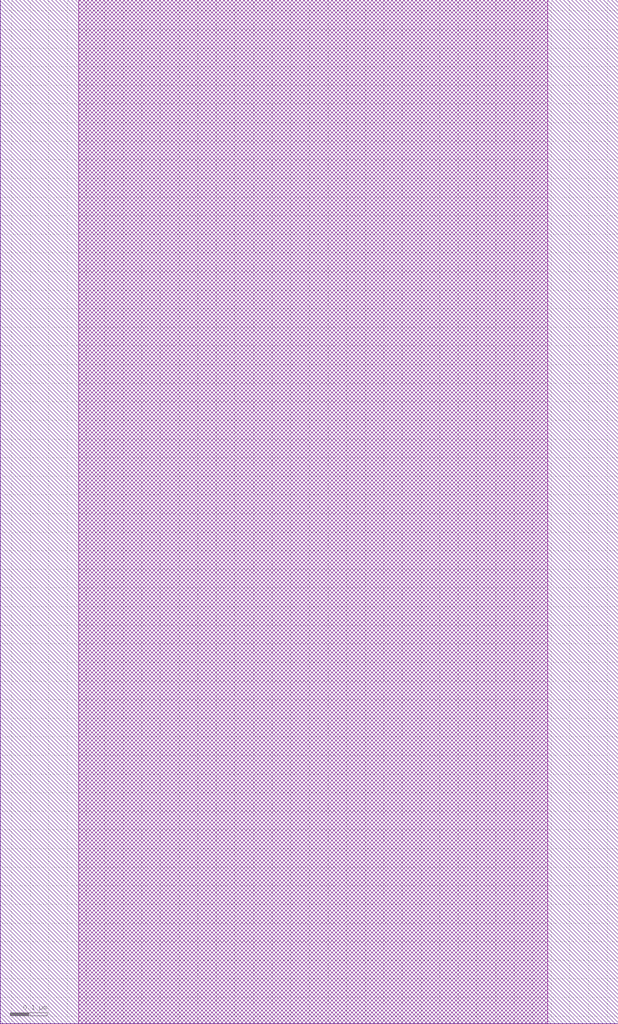
<source format=lef>
VERSION 5.7 ;
  NOWIREEXTENSIONATPIN ON ;
  DIVIDERCHAR "/" ;
  BUSBITCHARS "[]" ;
UNITS
  DATABASE MICRONS 200 ;
END UNITS

LAYER via2
  TYPE CUT ;
END via2

LAYER via
  TYPE CUT ;
END via

LAYER nwell
  TYPE MASTERSLICE ;
END nwell

LAYER via3
  TYPE CUT ;
END via3

LAYER pwell
  TYPE MASTERSLICE ;
END pwell

LAYER via4
  TYPE CUT ;
END via4

LAYER mcon
  TYPE CUT ;
END mcon

LAYER met6
  TYPE ROUTING ;
  WIDTH 0.030000 ;
  SPACING 0.040000 ;
  DIRECTION HORIZONTAL ;
END met6

LAYER met1
  TYPE ROUTING ;
  WIDTH 0.140000 ;
  SPACING 0.140000 ;
  DIRECTION HORIZONTAL ;
END met1

LAYER met3
  TYPE ROUTING ;
  WIDTH 0.300000 ;
  SPACING 0.300000 ;
  DIRECTION HORIZONTAL ;
END met3

LAYER met2
  TYPE ROUTING ;
  WIDTH 0.140000 ;
  SPACING 0.140000 ;
  DIRECTION HORIZONTAL ;
END met2

LAYER met4
  TYPE ROUTING ;
  WIDTH 0.300000 ;
  SPACING 0.300000 ;
  DIRECTION HORIZONTAL ;
END met4

LAYER met5
  TYPE ROUTING ;
  WIDTH 1.600000 ;
  SPACING 1.600000 ;
  DIRECTION HORIZONTAL ;
END met5

LAYER li1
  TYPE ROUTING ;
  WIDTH 0.170000 ;
  SPACING 0.170000 ;
  DIRECTION HORIZONTAL ;
END li1

MACRO sky130_hilas_nFETmirrorPairs
  CLASS BLOCK ;
  FOREIGN sky130_hilas_nFETmirrorPairs ;
  ORIGIN 0.330 1.920 ;
  SIZE 1.660 BY 2.750 ;
  OBS
      LAYER li1 ;
        RECT -0.120 -1.920 1.140 0.830 ;
  END
END sky130_hilas_nFETmirrorPairs
END LIBRARY


</source>
